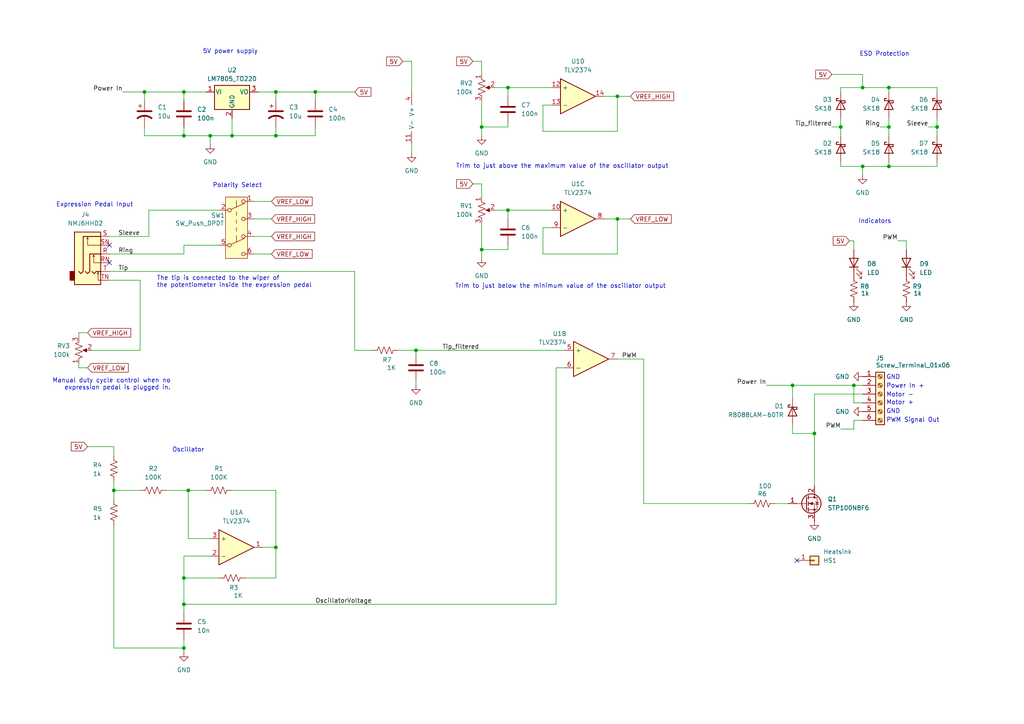
<source format=kicad_sch>
(kicad_sch (version 20231120) (generator "eeschema") (generator_version "8.0")
  (paper "A4")
  (lib_symbols
    (symbol "Connector:Screw_Terminal_01x06" (pin_names (offset 1.016) hide)
      (property "Reference" "J" (at 0 7.62 0))
      (property "Value" "Screw_Terminal_01x06" (at 0 -10.16 0))
      (symbol "Screw_Terminal_01x06_1_1"
        (rectangle (start -1.27 6.35) (end 1.27 -8.89) (stroke (width 0.254)) (fill (type background)))
        (circle (center 0 -7.62) (radius 0.635) (stroke (width 0.1524)))
        (circle (center 0 -5.08) (radius 0.635) (stroke (width 0.1524)))
        (circle (center 0 -2.54) (radius 0.635) (stroke (width 0.1524)))
        (polyline (pts (xy -0.5334 -7.2898) (xy 0.3302 -8.128)) (stroke (width 0.1524)))
        (polyline (pts (xy -0.5334 -4.7498) (xy 0.3302 -5.588)) (stroke (width 0.1524)))
        (polyline (pts (xy -0.5334 -2.2098) (xy 0.3302 -3.048)) (stroke (width 0.1524)))
        (polyline (pts (xy -0.5334 0.3302) (xy 0.3302 -0.508)) (stroke (width 0.1524)))
        (polyline (pts (xy -0.5334 2.8702) (xy 0.3302 2.032)) (stroke (width 0.1524)))
        (polyline (pts (xy -0.5334 5.4102) (xy 0.3302 4.572)) (stroke (width 0.1524)))
        (polyline (pts (xy -0.3556 -7.112) (xy 0.508 -7.9502)) (stroke (width 0.1524)))
        (polyline (pts (xy -0.3556 -4.572) (xy 0.508 -5.4102)) (stroke (width 0.1524)))
        (polyline (pts (xy -0.3556 -2.032) (xy 0.508 -2.8702)) (stroke (width 0.1524)))
        (polyline (pts (xy -0.3556 0.508) (xy 0.508 -0.3302)) (stroke (width 0.1524)))
        (polyline (pts (xy -0.3556 3.048) (xy 0.508 2.2098)) (stroke (width 0.1524)))
        (polyline (pts (xy -0.3556 5.588) (xy 0.508 4.7498)) (stroke (width 0.1524)))
        (circle (center 0 0) (radius 0.635) (stroke (width 0.1524)))
        (circle (center 0 2.54) (radius 0.635) (stroke (width 0.1524)))
        (circle (center 0 5.08) (radius 0.635) (stroke (width 0.1524)))
        (pin passive line (at -5.08 5.08 0) (length 3.81) (name "Pin_1") (number "1"))
        (pin passive line (at -5.08 2.54 0) (length 3.81) (name "Pin_2") (number "2"))
        (pin passive line (at -5.08 0 0) (length 3.81) (name "Pin_3") (number "3"))
        (pin passive line (at -5.08 -2.54 0) (length 3.81) (name "Pin_4") (number "4"))
        (pin passive line (at -5.08 -5.08 0) (length 3.81) (name "Pin_5") (number "5"))
        (pin passive line (at -5.08 -7.62 0) (length 3.81) (name "Pin_6") (number "6"))
      )
    )
    (symbol "Connector_Audio:NMJ6HHD2"
      (property "Reference" "J" (at 0 11.43 0))
      (property "Value" "NMJ6HHD2" (at 0 8.89 0))
      (symbol "NMJ6HHD2_0_1"
        (rectangle (start -5.08 -5.08) (end -6.35 -7.62) (stroke (width 0.254)) (fill (type outline)))
        (polyline (pts (xy -1.27 4.826) (xy -1.016 4.318)))
        (polyline (pts (xy 0.508 -0.254) (xy 0.762 -0.762)))
        (polyline (pts (xy 1.778 -5.334) (xy 2.032 -5.842)))
        (polyline (pts (xy 0 -5.08) (xy 0.635 -5.715) (xy 1.27 -5.08) (xy 2.54 -5.08)) (stroke (width 0.254)))
        (polyline (pts (xy 2.54 -7.62) (xy 1.778 -7.62) (xy 1.778 -5.334) (xy 1.524 -5.842)))
        (polyline (pts (xy 2.54 -2.54) (xy 0.508 -2.54) (xy 0.508 -0.254) (xy 0.254 -0.762)))
        (polyline (pts (xy 2.54 2.54) (xy -1.27 2.54) (xy -1.27 4.826) (xy -1.524 4.318)))
        (polyline (pts (xy -1.905 -5.08) (xy -1.27 -5.715) (xy -0.635 -5.08) (xy -0.635 0) (xy 2.54 0)) (stroke (width 0.254)))
        (polyline (pts (xy 2.54 5.08) (xy -2.54 5.08) (xy -2.54 -5.08) (xy -3.175 -5.715) (xy -3.81 -5.08)) (stroke (width 0.254)))
        (rectangle (start 2.54 6.35) (end -5.08 -8.89) (stroke (width 0.254)) (fill (type background)))
      )
      (symbol "NMJ6HHD2_1_1"
        (pin passive line (at 5.08 0 180) (length 2.54) (name "~") (number "R"))
        (pin passive line (at 5.08 -2.54 180) (length 2.54) (name "~") (number "RN"))
        (pin passive line (at 5.08 5.08 180) (length 2.54) (name "~") (number "S"))
        (pin passive line (at 5.08 2.54 180) (length 2.54) (name "~") (number "SN"))
        (pin passive line (at 5.08 -5.08 180) (length 2.54) (name "~") (number "T"))
        (pin passive line (at 5.08 -7.62 180) (length 2.54) (name "~") (number "TN"))
      )
    )
    (symbol "Connector_Generic:Conn_01x01" (pin_names (offset 1.016) hide)
      (property "Reference" "J" (at 0 2.54 0))
      (property "Value" "Conn_01x01" (at 0 -2.54 0))
      (symbol "Conn_01x01_1_1"
        (rectangle (start -1.27 0.127) (end 0 -0.127) (stroke (width 0.1524)))
        (rectangle (start -1.27 1.27) (end 1.27 -1.27) (stroke (width 0.254)) (fill (type background)))
        (pin passive line (at -5.08 0 0) (length 3.81) (name "Pin_1") (number "1"))
      )
    )
    (symbol "Device:C" (pin_numbers hide) (pin_names (offset 0.254))
      (property "Reference" "C" (at 0.635 2.54 0))
      (property "Value" "C" (at 0.635 -2.54 0))
      (symbol "C_0_1"
        (polyline (pts (xy -2.032 -0.762) (xy 2.032 -0.762)) (stroke (width 0.508)))
        (polyline (pts (xy -2.032 0.762) (xy 2.032 0.762)) (stroke (width 0.508)))
      )
      (symbol "C_1_1"
        (pin passive line (at 0 3.81 270) (length 2.794) (name "~") (number "1"))
        (pin passive line (at 0 -3.81 90) (length 2.794) (name "~") (number "2"))
      )
    )
    (symbol "Device:C_Polarized_US" (pin_numbers hide) (pin_names (offset 0.254) hide)
      (property "Reference" "C" (at 0.635 2.54 0))
      (property "Value" "C_Polarized_US" (at 0.635 -2.54 0))
      (symbol "C_Polarized_US_0_1"
        (polyline (pts (xy -2.032 0.762) (xy 2.032 0.762)) (stroke (width 0.508)))
        (polyline (pts (xy -1.778 2.286) (xy -0.762 2.286)))
        (polyline (pts (xy -1.27 1.778) (xy -1.27 2.794)))
        (arc (start 2.032 -1.27) (mid 0 -0.5572) (end -2.032 -1.27) (stroke (width 0.508)))
      )
      (symbol "C_Polarized_US_1_1"
        (pin passive line (at 0 3.81 270) (length 2.794) (name "~") (number "1"))
        (pin passive line (at 0 -3.81 90) (length 3.302) (name "~") (number "2"))
      )
    )
    (symbol "Device:D_Schottky" (pin_numbers hide) (pin_names (offset 1.016) hide)
      (property "Reference" "D" (at 0 2.54 0))
      (property "Value" "D_Schottky" (at 0 -2.54 0))
      (symbol "D_Schottky_0_1"
        (polyline (pts (xy 1.27 0) (xy -1.27 0)))
        (polyline (pts (xy 1.27 1.27) (xy 1.27 -1.27) (xy -1.27 0) (xy 1.27 1.27)) (stroke (width 0.254)))
        (polyline (pts (xy -1.905 0.635) (xy -1.905 1.27) (xy -1.27 1.27) (xy -1.27 -1.27) (xy -0.635 -1.27) (xy -0.635 -0.635)) (stroke (width 0.254)))
      )
      (symbol "D_Schottky_1_1"
        (pin passive line (at -3.81 0 0) (length 2.54) (name "K") (number "1"))
        (pin passive line (at 3.81 0 180) (length 2.54) (name "A") (number "2"))
      )
    )
    (symbol "Device:LED" (pin_numbers hide) (pin_names (offset 1.016) hide)
      (property "Reference" "D" (at 0 2.54 0))
      (property "Value" "LED" (at 0 -2.54 0))
      (symbol "LED_0_1"
        (polyline (pts (xy -1.27 -1.27) (xy -1.27 1.27)) (stroke (width 0.254)))
        (polyline (pts (xy -1.27 0) (xy 1.27 0)))
        (polyline (pts (xy 1.27 -1.27) (xy 1.27 1.27) (xy -1.27 0) (xy 1.27 -1.27)) (stroke (width 0.254)))
        (polyline (pts (xy -3.048 -0.762) (xy -4.572 -2.286) (xy -3.81 -2.286) (xy -4.572 -2.286) (xy -4.572 -1.524)))
        (polyline (pts (xy -1.778 -0.762) (xy -3.302 -2.286) (xy -2.54 -2.286) (xy -3.302 -2.286) (xy -3.302 -1.524)))
      )
      (symbol "LED_1_1"
        (pin passive line (at -3.81 0 0) (length 2.54) (name "K") (number "1"))
        (pin passive line (at 3.81 0 180) (length 2.54) (name "A") (number "2"))
      )
    )
    (symbol "Device:Opamp_Quad"
      (property "Reference" "U" (at 0 5.08 0))
      (property "Value" "Opamp_Quad" (at 0 -5.08 0))
      (symbol "Opamp_Quad_1_1"
        (polyline (pts (xy -5.08 5.08) (xy 5.08 0) (xy -5.08 -5.08) (xy -5.08 5.08)) (stroke (width 0.254)) (fill (type background)))
        (pin output line (at 7.62 0 180) (length 2.54) (name "~") (number "1"))
        (pin input line (at -7.62 -2.54 0) (length 2.54) (name "-") (number "2"))
        (pin input line (at -7.62 2.54 0) (length 2.54) (name "+") (number "3"))
      )
      (symbol "Opamp_Quad_2_1"
        (polyline (pts (xy -5.08 5.08) (xy 5.08 0) (xy -5.08 -5.08) (xy -5.08 5.08)) (stroke (width 0.254)) (fill (type background)))
        (pin input line (at -7.62 2.54 0) (length 2.54) (name "+") (number "5"))
        (pin input line (at -7.62 -2.54 0) (length 2.54) (name "-") (number "6"))
        (pin output line (at 7.62 0 180) (length 2.54) (name "~") (number "7"))
      )
      (symbol "Opamp_Quad_3_1"
        (polyline (pts (xy -5.08 5.08) (xy 5.08 0) (xy -5.08 -5.08) (xy -5.08 5.08)) (stroke (width 0.254)) (fill (type background)))
        (pin input line (at -7.62 2.54 0) (length 2.54) (name "+") (number "10"))
        (pin output line (at 7.62 0 180) (length 2.54) (name "~") (number "8"))
        (pin input line (at -7.62 -2.54 0) (length 2.54) (name "-") (number "9"))
      )
      (symbol "Opamp_Quad_4_1"
        (polyline (pts (xy -5.08 5.08) (xy 5.08 0) (xy -5.08 -5.08) (xy -5.08 5.08)) (stroke (width 0.254)) (fill (type background)))
        (pin input line (at -7.62 2.54 0) (length 2.54) (name "+") (number "12"))
        (pin input line (at -7.62 -2.54 0) (length 2.54) (name "-") (number "13"))
        (pin output line (at 7.62 0 180) (length 2.54) (name "~") (number "14"))
      )
      (symbol "Opamp_Quad_5_1"
        (pin power_in line (at -2.54 -7.62 90) (length 3.81) (name "V-") (number "11"))
        (pin power_in line (at -2.54 7.62 270) (length 3.81) (name "V+") (number "4"))
      )
    )
    (symbol "Device:R_Potentiometer_US" (pin_names (offset 1.016) hide)
      (property "Reference" "RV" (at -4.445 0 90))
      (property "Value" "R_Potentiometer_US" (at -2.54 0 90))
      (symbol "R_Potentiometer_US_0_1"
        (polyline (pts (xy 0 -2.286) (xy 0 -2.54)))
        (polyline (pts (xy 0 2.54) (xy 0 2.286)))
        (polyline (pts (xy 2.54 0) (xy 1.524 0)))
        (polyline (pts (xy 1.143 0) (xy 2.286 0.508) (xy 2.286 -0.508) (xy 1.143 0)) (fill (type outline)))
        (polyline (pts (xy 0 -0.762) (xy 1.016 -1.143) (xy 0 -1.524) (xy -1.016 -1.905) (xy 0 -2.286)))
        (polyline (pts (xy 0 0.762) (xy 1.016 0.381) (xy 0 0) (xy -1.016 -0.381) (xy 0 -0.762)))
        (polyline (pts (xy 0 2.286) (xy 1.016 1.905) (xy 0 1.524) (xy -1.016 1.143) (xy 0 0.762)))
      )
      (symbol "R_Potentiometer_US_1_1"
        (pin passive line (at 0 3.81 270) (length 1.27) (name "1") (number "1"))
        (pin passive line (at 3.81 0 180) (length 1.27) (name "2") (number "2"))
        (pin passive line (at 0 -3.81 90) (length 1.27) (name "3") (number "3"))
      )
    )
    (symbol "Device:R_US" (pin_numbers hide) (pin_names (offset 0))
      (property "Reference" "R" (at 2.54 0 90))
      (property "Value" "R_US" (at -2.54 0 90))
      (symbol "R_US_0_1"
        (polyline (pts (xy 0 -2.286) (xy 0 -2.54)))
        (polyline (pts (xy 0 2.286) (xy 0 2.54)))
        (polyline (pts (xy 0 -0.762) (xy 1.016 -1.143) (xy 0 -1.524) (xy -1.016 -1.905) (xy 0 -2.286)))
        (polyline (pts (xy 0 0.762) (xy 1.016 0.381) (xy 0 0) (xy -1.016 -0.381) (xy 0 -0.762)))
        (polyline (pts (xy 0 2.286) (xy 1.016 1.905) (xy 0 1.524) (xy -1.016 1.143) (xy 0 0.762)))
      )
      (symbol "R_US_1_1"
        (pin passive line (at 0 3.81 270) (length 1.27) (name "~") (number "1"))
        (pin passive line (at 0 -3.81 90) (length 1.27) (name "~") (number "2"))
      )
    )
    (symbol "Regulator_Linear:LM7805_TO220" (pin_names (offset 0.254))
      (property "Reference" "U" (at -3.81 3.175 0))
      (property "Value" "LM7805_TO220" (at 0 3.175 0))
      (symbol "LM7805_TO220_0_1"
        (rectangle (start -5.08 1.905) (end 5.08 -5.08) (stroke (width 0.254)) (fill (type background)))
      )
      (symbol "LM7805_TO220_1_1"
        (pin power_in line (at -7.62 0 0) (length 2.54) (name "VI") (number "1"))
        (pin power_in line (at 0 -7.62 90) (length 2.54) (name "GND") (number "2"))
        (pin power_out line (at 7.62 0 180) (length 2.54) (name "VO") (number "3"))
      )
    )
    (symbol "Switch:SW_Push_DPDT" (pin_names (offset 0) hide)
      (property "Reference" "SW" (at 0 10.16 0))
      (property "Value" "SW_Push_DPDT" (at 0 -10.16 0))
      (symbol "SW_Push_DPDT_0_0"
        (circle (center -2.032 -5.08) (radius 0.508))
        (circle (center -2.032 5.08) (radius 0.508))
        (circle (center 2.032 -7.62) (radius 0.508))
        (circle (center 2.032 2.54) (radius 0.508))
      )
      (symbol "SW_Push_DPDT_0_1"
        (polyline (pts (xy -1.524 -4.826) (xy 2.3368 -3.0988)))
        (polyline (pts (xy -1.524 5.334) (xy 2.3368 7.0612)))
        (polyline (pts (xy 0 -2.286) (xy 0 -4.064)))
        (polyline (pts (xy 0 -1.016) (xy 0 0)))
        (polyline (pts (xy 0 1.27) (xy 0 2.286)))
        (polyline (pts (xy 0 3.556) (xy 0 4.572)))
        (polyline (pts (xy 0 7.874) (xy 0 6.096)))
        (circle (center 2.032 -2.54) (radius 0.508))
        (circle (center 2.032 7.62) (radius 0.508))
      )
      (symbol "SW_Push_DPDT_1_1"
        (rectangle (start -3.175 8.89) (end 3.175 -8.89) (fill (type background)))
        (pin passive line (at 5.08 7.62 180) (length 2.54) (name "A") (number "1"))
        (pin passive line (at -5.08 5.08 0) (length 2.54) (name "B") (number "2"))
        (pin passive line (at 5.08 2.54 180) (length 2.54) (name "C") (number "3"))
        (pin passive line (at 5.08 -2.54 180) (length 2.54) (name "A") (number "4"))
        (pin passive line (at -5.08 -5.08 0) (length 2.54) (name "B") (number "5"))
        (pin passive line (at 5.08 -7.62 180) (length 2.54) (name "C") (number "6"))
      )
    )
    (symbol "Transistor_FET:BUZ11" (pin_names hide)
      (property "Reference" "Q" (at 5.08 1.905 0))
      (property "Value" "BUZ11" (at 5.08 0 0))
      (symbol "BUZ11_0_1"
        (polyline (pts (xy 0.254 0) (xy -2.54 0)))
        (polyline (pts (xy 0.254 1.905) (xy 0.254 -1.905)) (stroke (width 0.254)))
        (polyline (pts (xy 0.762 -1.27) (xy 0.762 -2.286)) (stroke (width 0.254)))
        (polyline (pts (xy 0.762 0.508) (xy 0.762 -0.508)) (stroke (width 0.254)))
        (polyline (pts (xy 0.762 2.286) (xy 0.762 1.27)) (stroke (width 0.254)))
        (polyline (pts (xy 2.54 2.54) (xy 2.54 1.778)))
        (polyline (pts (xy 2.54 -2.54) (xy 2.54 0) (xy 0.762 0)))
        (polyline (pts (xy 0.762 -1.778) (xy 3.302 -1.778) (xy 3.302 1.778) (xy 0.762 1.778)))
        (polyline (pts (xy 1.016 0) (xy 2.032 0.381) (xy 2.032 -0.381) (xy 1.016 0)) (fill (type outline)))
        (polyline (pts (xy 2.794 0.508) (xy 2.921 0.381) (xy 3.683 0.381) (xy 3.81 0.254)))
        (polyline (pts (xy 3.302 0.381) (xy 2.921 -0.254) (xy 3.683 -0.254) (xy 3.302 0.381)))
        (circle (center 1.651 0) (radius 2.794) (stroke (width 0.254)))
        (circle (center 2.54 -1.778) (radius 0.254) (fill (type outline)))
        (circle (center 2.54 1.778) (radius 0.254) (fill (type outline)))
      )
      (symbol "BUZ11_1_1"
        (pin input line (at -5.08 0 0) (length 2.54) (name "G") (number "1"))
        (pin passive line (at 2.54 5.08 270) (length 2.54) (name "D") (number "2"))
        (pin passive line (at 2.54 -5.08 90) (length 2.54) (name "S") (number "3"))
      )
    )
    (symbol "power:GND" (power) (pin_numbers hide) (pin_names (offset 0) hide)
      (property "Value" "GND" (at 0 -3.81 0))
      (symbol "GND_0_1"
        (polyline (pts (xy 0 0) (xy 0 -1.27) (xy 1.27 -1.27) (xy 0 -2.54) (xy -1.27 -1.27) (xy 0 -1.27)))
      )
      (symbol "GND_1_1"
        (pin power_in line (at 0 0 270) (length 0) (name "~") (number "1"))
      )
    )
  )
  (junction (at 243.84 36.83))
  (junction (at 67.31 39.37))
  (junction (at 53.34 175.26))
  (junction (at 250.19 25.4))
  (junction (at 236.22 125.73))
  (junction (at 80.01 26.67))
  (junction (at 179.07 63.5))
  (junction (at 139.7 36.83))
  (junction (at 250.19 48.26))
  (junction (at 53.34 26.67))
  (junction (at 53.34 39.37))
  (junction (at 147.32 60.96))
  (junction (at 60.96 39.37))
  (junction (at 53.34 187.96))
  (junction (at 80.01 39.37))
  (junction (at 257.81 48.26))
  (junction (at 247.65 111.76))
  (junction (at 179.07 27.94))
  (junction (at 41.91 26.67))
  (junction (at 139.7 72.39))
  (junction (at 271.78 36.83))
  (junction (at 54.61 142.24))
  (junction (at 147.32 25.4))
  (junction (at 33.02 142.24))
  (junction (at 53.34 167.64))
  (junction (at 257.81 25.4))
  (junction (at 80.01 158.75))
  (junction (at 120.65 101.6))
  (junction (at 91.44 26.67))
  (junction (at 257.81 36.83))
  (junction (at 229.87 111.76))
  (no_connect (at 231.14 162.56))
  (no_connect (at 31.75 71.12))
  (no_connect (at 31.75 76.2))
  (wire (pts (xy 26.67 101.6) (xy 40.64 101.6)))
  (wire (pts (xy 53.34 187.96) (xy 53.34 189.23)))
  (wire (pts (xy 40.64 81.28) (xy 31.75 81.28)))
  (wire (pts (xy 33.02 132.08) (xy 33.02 129.54)))
  (wire (pts (xy 67.31 34.29) (xy 67.31 39.37)))
  (wire (pts (xy 179.07 27.94) (xy 182.88 27.94)))
  (wire (pts (xy 175.26 63.5) (xy 179.07 63.5)))
  (wire (pts (xy 120.65 101.6) (xy 163.83 101.6)))
  (wire (pts (xy 73.66 68.58) (xy 78.74 68.58)))
  (wire (pts (xy 33.02 152.4) (xy 33.02 187.96)))
  (wire (pts (xy 143.51 60.96) (xy 147.32 60.96)))
  (wire (pts (xy 53.34 185.42) (xy 53.34 187.96)))
  (wire (pts (xy 139.7 72.39) (xy 139.7 74.93)))
  (wire (pts (xy 139.7 17.78) (xy 139.7 21.59)))
  (wire (pts (xy 179.07 38.1) (xy 179.07 27.94)))
  (wire (pts (xy 119.38 41.91) (xy 119.38 44.45)))
  (wire (pts (xy 139.7 36.83) (xy 147.32 36.83)))
  (wire (pts (xy 161.29 106.68) (xy 161.29 175.26)))
  (wire (pts (xy 147.32 71.12) (xy 147.32 72.39)))
  (wire (pts (xy 80.01 26.67) (xy 80.01 29.21)))
  (wire (pts (xy 73.66 73.66) (xy 78.74 73.66)))
  (wire (pts (xy 160.02 66.04) (xy 157.48 66.04)))
  (wire (pts (xy 71.12 167.64) (xy 80.01 167.64)))
  (wire (pts (xy 243.84 46.99) (xy 243.84 48.26)))
  (wire (pts (xy 91.44 26.67) (xy 91.44 29.21)))
  (wire (pts (xy 33.02 142.24) (xy 33.02 144.78)))
  (wire (pts (xy 67.31 39.37) (xy 80.01 39.37)))
  (wire (pts (xy 22.86 106.68) (xy 22.86 105.41)))
  (wire (pts (xy 222.25 111.76) (xy 229.87 111.76)))
  (wire (pts (xy 102.87 78.74) (xy 102.87 101.6)))
  (wire (pts (xy 80.01 39.37) (xy 91.44 39.37)))
  (wire (pts (xy 120.65 110.49) (xy 120.65 111.76)))
  (wire (pts (xy 271.78 34.29) (xy 271.78 36.83)))
  (wire (pts (xy 40.64 101.6) (xy 40.64 81.28)))
  (wire (pts (xy 91.44 26.67) (xy 102.87 26.67)))
  (wire (pts (xy 147.32 35.56) (xy 147.32 36.83)))
  (wire (pts (xy 161.29 106.68) (xy 163.83 106.68)))
  (wire (pts (xy 120.65 101.6) (xy 120.65 102.87)))
  (wire (pts (xy 60.96 156.21) (xy 54.61 156.21)))
  (wire (pts (xy 73.66 63.5) (xy 78.74 63.5)))
  (wire (pts (xy 22.86 97.79) (xy 22.86 96.52)))
  (wire (pts (xy 43.18 68.58) (xy 43.18 60.96)))
  (wire (pts (xy 250.19 121.92) (xy 247.65 121.92)))
  (wire (pts (xy 60.96 39.37) (xy 67.31 39.37)))
  (wire (pts (xy 119.38 17.78) (xy 119.38 26.67)))
  (wire (pts (xy 241.3 36.83) (xy 243.84 36.83)))
  (wire (pts (xy 229.87 111.76) (xy 247.65 111.76)))
  (wire (pts (xy 147.32 25.4) (xy 160.02 25.4)))
  (wire (pts (xy 80.01 36.83) (xy 80.01 39.37)))
  (wire (pts (xy 48.26 142.24) (xy 54.61 142.24)))
  (wire (pts (xy 271.78 46.99) (xy 271.78 48.26)))
  (wire (pts (xy 80.01 167.64) (xy 80.01 158.75)))
  (wire (pts (xy 257.81 25.4) (xy 271.78 25.4)))
  (wire (pts (xy 247.65 69.85) (xy 247.65 72.39)))
  (wire (pts (xy 67.31 142.24) (xy 80.01 142.24)))
  (wire (pts (xy 147.32 25.4) (xy 147.32 27.94)))
  (wire (pts (xy 179.07 104.14) (xy 186.69 104.14)))
  (wire (pts (xy 91.44 36.83) (xy 91.44 39.37)))
  (wire (pts (xy 255.27 36.83) (xy 257.81 36.83)))
  (wire (pts (xy 139.7 72.39) (xy 147.32 72.39)))
  (wire (pts (xy 157.48 30.48) (xy 157.48 38.1)))
  (wire (pts (xy 247.65 121.92) (xy 247.65 124.46)))
  (wire (pts (xy 157.48 38.1) (xy 179.07 38.1)))
  (wire (pts (xy 80.01 26.67) (xy 91.44 26.67)))
  (wire (pts (xy 229.87 111.76) (xy 229.87 115.57)))
  (wire (pts (xy 160.02 30.48) (xy 157.48 30.48)))
  (wire (pts (xy 41.91 36.83) (xy 41.91 39.37)))
  (wire (pts (xy 22.86 96.52) (xy 25.4 96.52)))
  (wire (pts (xy 53.34 161.29) (xy 60.96 161.29)))
  (wire (pts (xy 54.61 156.21) (xy 54.61 142.24)))
  (wire (pts (xy 22.86 106.68) (xy 25.4 106.68)))
  (wire (pts (xy 243.84 34.29) (xy 243.84 36.83)))
  (wire (pts (xy 179.07 27.94) (xy 175.26 27.94)))
  (wire (pts (xy 139.7 36.83) (xy 139.7 39.37)))
  (wire (pts (xy 33.02 187.96) (xy 53.34 187.96)))
  (wire (pts (xy 271.78 48.26) (xy 257.81 48.26)))
  (wire (pts (xy 53.34 71.12) (xy 63.5 71.12)))
  (wire (pts (xy 236.22 114.3) (xy 236.22 125.73)))
  (wire (pts (xy 53.34 167.64) (xy 63.5 167.64)))
  (wire (pts (xy 53.34 175.26) (xy 53.34 167.64)))
  (wire (pts (xy 217.17 146.05) (xy 186.69 146.05)))
  (wire (pts (xy 157.48 73.66) (xy 179.07 73.66)))
  (wire (pts (xy 60.96 39.37) (xy 60.96 41.91)))
  (wire (pts (xy 80.01 142.24) (xy 80.01 158.75)))
  (wire (pts (xy 102.87 101.6) (xy 107.95 101.6)))
  (wire (pts (xy 229.87 123.19) (xy 229.87 125.73)))
  (wire (pts (xy 247.65 111.76) (xy 250.19 111.76)))
  (wire (pts (xy 139.7 53.34) (xy 139.7 57.15)))
  (wire (pts (xy 262.89 69.85) (xy 262.89 72.39)))
  (wire (pts (xy 137.16 17.78) (xy 139.7 17.78)))
  (wire (pts (xy 186.69 146.05) (xy 186.69 104.14)))
  (wire (pts (xy 31.75 73.66) (xy 53.34 73.66)))
  (wire (pts (xy 80.01 158.75) (xy 76.2 158.75)))
  (wire (pts (xy 241.3 21.59) (xy 250.19 21.59)))
  (wire (pts (xy 257.81 48.26) (xy 257.81 46.99)))
  (wire (pts (xy 147.32 60.96) (xy 147.32 63.5)))
  (wire (pts (xy 243.84 124.46) (xy 247.65 124.46)))
  (wire (pts (xy 41.91 26.67) (xy 53.34 26.67)))
  (wire (pts (xy 257.81 26.67) (xy 257.81 25.4)))
  (wire (pts (xy 41.91 39.37) (xy 53.34 39.37)))
  (wire (pts (xy 250.19 21.59) (xy 250.19 25.4)))
  (wire (pts (xy 260.35 69.85) (xy 262.89 69.85)))
  (wire (pts (xy 31.75 68.58) (xy 43.18 68.58)))
  (wire (pts (xy 179.07 63.5) (xy 182.88 63.5)))
  (wire (pts (xy 247.65 116.84) (xy 247.65 111.76)))
  (wire (pts (xy 53.34 167.64) (xy 53.34 161.29)))
  (wire (pts (xy 25.4 129.54) (xy 33.02 129.54)))
  (wire (pts (xy 137.16 53.34) (xy 139.7 53.34)))
  (wire (pts (xy 224.79 146.05) (xy 228.6 146.05)))
  (wire (pts (xy 74.93 26.67) (xy 80.01 26.67)))
  (wire (pts (xy 250.19 116.84) (xy 247.65 116.84)))
  (wire (pts (xy 33.02 142.24) (xy 40.64 142.24)))
  (wire (pts (xy 115.57 101.6) (xy 120.65 101.6)))
  (wire (pts (xy 53.34 39.37) (xy 60.96 39.37)))
  (wire (pts (xy 43.18 60.96) (xy 63.5 60.96)))
  (wire (pts (xy 54.61 142.24) (xy 59.69 142.24)))
  (wire (pts (xy 229.87 125.73) (xy 236.22 125.73)))
  (wire (pts (xy 53.34 26.67) (xy 59.69 26.67)))
  (wire (pts (xy 257.81 25.4) (xy 250.19 25.4)))
  (wire (pts (xy 250.19 48.26) (xy 257.81 48.26)))
  (wire (pts (xy 236.22 125.73) (xy 236.22 140.97)))
  (wire (pts (xy 53.34 26.67) (xy 53.34 29.21)))
  (wire (pts (xy 250.19 25.4) (xy 243.84 25.4)))
  (wire (pts (xy 53.34 175.26) (xy 161.29 175.26)))
  (wire (pts (xy 73.66 58.42) (xy 78.74 58.42)))
  (wire (pts (xy 53.34 73.66) (xy 53.34 71.12)))
  (wire (pts (xy 139.7 64.77) (xy 139.7 72.39)))
  (wire (pts (xy 269.24 36.83) (xy 271.78 36.83)))
  (wire (pts (xy 271.78 26.67) (xy 271.78 25.4)))
  (wire (pts (xy 31.75 78.74) (xy 102.87 78.74)))
  (wire (pts (xy 139.7 29.21) (xy 139.7 36.83)))
  (wire (pts (xy 257.81 36.83) (xy 257.81 39.37)))
  (wire (pts (xy 53.34 36.83) (xy 53.34 39.37)))
  (wire (pts (xy 250.19 114.3) (xy 236.22 114.3)))
  (wire (pts (xy 246.38 69.85) (xy 247.65 69.85)))
  (wire (pts (xy 257.81 34.29) (xy 257.81 36.83)))
  (wire (pts (xy 53.34 177.8) (xy 53.34 175.26)))
  (wire (pts (xy 33.02 142.24) (xy 33.02 139.7)))
  (wire (pts (xy 179.07 73.66) (xy 179.07 63.5)))
  (wire (pts (xy 243.84 48.26) (xy 250.19 48.26)))
  (wire (pts (xy 116.84 17.78) (xy 119.38 17.78)))
  (wire (pts (xy 271.78 36.83) (xy 271.78 39.37)))
  (wire (pts (xy 41.91 26.67) (xy 41.91 29.21)))
  (wire (pts (xy 250.19 48.26) (xy 250.19 50.8)))
  (wire (pts (xy 35.56 26.67) (xy 41.91 26.67)))
  (wire (pts (xy 157.48 66.04) (xy 157.48 73.66)))
  (wire (pts (xy 143.51 25.4) (xy 147.32 25.4)))
  (wire (pts (xy 243.84 36.83) (xy 243.84 39.37)))
  (wire (pts (xy 147.32 60.96) (xy 160.02 60.96)))
  (wire (pts (xy 243.84 25.4) (xy 243.84 26.67)))
  (text "ESD Protection" (at 256.54 15.748 0) (effects (font (size 1.27 1.27))))
  (text "The tip is connected to the wiper of\nthe potentiometer inside the expression pedal\n" (at 45.466 81.788 0) (effects (font (size 1.27 1.27)) (justify left)))
  (text "GND" (at 257.048 119.38 0) (effects (font (size 1.27 1.27)) (justify left)))
  (text "Power In +" (at 257.048 112.014 0) (effects (font (size 1.27 1.27)) (justify left)))
  (text "GND" (at 257.048 109.474 0) (effects (font (size 1.27 1.27)) (justify left)))
  (text "Manual duty cycle control when no\nexpression pedal is plugged in." (at 49.53 111.506 0) (effects (font (size 1.27 1.27)) (justify right)))
  (text "5V power supply" (at 66.802 14.986 0) (effects (font (size 1.27 1.27))))
  (text "Indicators\n" (at 253.746 64.262 0) (effects (font (size 1.27 1.27))))
  (text "Motor -" (at 257.048 114.554 0) (effects (font (size 1.27 1.27)) (justify left)))
  (text "Motor +\n" (at 257.048 116.84 0) (effects (font (size 1.27 1.27)) (justify left)))
  (text "Oscillator" (at 54.61 130.556 0) (effects (font (size 1.27 1.27))))
  (text "Expression Pedal Input\n" (at 27.432 59.436 0) (effects (font (size 1.27 1.27))))
  (text "PWM Signal Out" (at 257.048 121.92 0) (effects (font (size 1.27 1.27)) (justify left)))
  (text "Trim to just above the maximum value of the oscillator output\n" (at 163.068 48.26 0) (effects (font (size 1.27 1.27))))
  (text "Trim to just below the minimum value of the oscillator output\n" (at 162.56 83.058 0) (effects (font (size 1.27 1.27))))
  (text "Polarity Select" (at 68.834 53.848 0) (effects (font (size 1.27 1.27))))
  (label "Tip_filtered" (at 241.3 36.83 180))
  (label "Power In" (at 222.25 111.76 180))
  (label "PWM" (at 260.35 69.85 180))
  (label "Ring" (at 255.27 36.83 180))
  (label "Ring" (at 34.29 73.66 0))
  (label "Sleeve" (at 34.29 68.58 0))
  (label "Power In" (at 35.56 26.67 180))
  (label "Tip_filtered" (at 128.27 101.6 0))
  (label "Sleeve" (at 269.24 36.83 180))
  (label "Tip" (at 34.29 78.74 0))
  (label "PWM" (at 243.84 124.46 180))
  (label "PWM" (at 180.34 104.14 0))
  (label "OscillatorVoltage" (at 91.44 175.26 0))
  (global_label "5V" (shape input) (at 116.84 17.78 180) (property "Intersheetrefs" "${INTERSHEET_REFS}" (effects (hide yes))))
  (global_label "VREF_HIGH" (shape input) (at 25.4 96.52 0) (property "Intersheetrefs" "${INTERSHEET_REFS}" (effects (hide yes))))
  (global_label "VREF_HIGH" (shape input) (at 182.88 27.94 0) (property "Intersheetrefs" "${INTERSHEET_REFS}" (effects (hide yes))))
  (global_label "5V" (shape input) (at 137.16 17.78 180) (property "Intersheetrefs" "${INTERSHEET_REFS}" (effects (hide yes))))
  (global_label "VREF_HIGH" (shape input) (at 78.74 63.5 0) (property "Intersheetrefs" "${INTERSHEET_REFS}" (effects (hide yes))))
  (global_label "VREF_LOW" (shape input) (at 182.88 63.5 0) (property "Intersheetrefs" "${INTERSHEET_REFS}" (effects (hide yes))))
  (global_label "VREF_LOW" (shape input) (at 78.74 73.66 0) (property "Intersheetrefs" "${INTERSHEET_REFS}" (effects (hide yes))))
  (global_label "5V" (shape input) (at 241.3 21.59 180) (property "Intersheetrefs" "${INTERSHEET_REFS}" (effects (hide yes))))
  (global_label "5V" (shape input) (at 137.16 53.34 180) (property "Intersheetrefs" "${INTERSHEET_REFS}" (effects (hide yes))))
  (global_label "5V" (shape input) (at 246.38 69.85 180) (property "Intersheetrefs" "${INTERSHEET_REFS}" (effects (hide yes))))
  (global_label "5V" (shape input) (at 102.87 26.67 0) (property "Intersheetrefs" "${INTERSHEET_REFS}" (effects (hide yes))))
  (global_label "5V" (shape input) (at 25.4 129.54 180) (property "Intersheetrefs" "${INTERSHEET_REFS}" (effects (hide yes))))
  (global_label "VREF_HIGH" (shape input) (at 78.74 68.58 0) (property "Intersheetrefs" "${INTERSHEET_REFS}" (effects (hide yes))))
  (global_label "VREF_LOW" (shape input) (at 78.74 58.42 0) (property "Intersheetrefs" "${INTERSHEET_REFS}" (effects (hide yes))))
  (global_label "VREF_LOW" (shape input) (at 25.4 106.68 0) (property "Intersheetrefs" "${INTERSHEET_REFS}" (effects (hide yes))))
  (symbol (lib_id "Device:R_US") (at 33.02 135.89 180) (unit 1)
    (property "Reference" "R4" (at 26.924 134.874 0) (effects (justify right)))
    (property "Value" "1k" (at 26.924 137.414 0) (effects (justify right)))
    (property "Footprint" "Resistor_SMD:R_0603_1608Metric_Pad0.98x0.95mm_HandSolder" (effects (hide yes)))
    (property "Description" "Resistor, US symbol" (effects (hide yes)))
  )
  (symbol (lib_id "Device:D_Schottky") (at 243.84 43.18 90) (mirror x) (unit 1)
    (property "Reference" "D2" (at 241.3 41.5924 90) (effects (justify left)))
    (property "Value" "SK18" (at 241.3 44.1324 90) (effects (justify left)))
    (property "Footprint" "Diode_SMD:D_SMA" (effects (hide yes)))
    (property "Datasheet" "https://diotec.com/request/datasheet/sk12.pdf" (effects (hide yes)))
    (property "Description" "Schottky diode" (effects (hide yes)))
  )
  (symbol (lib_id "Device:R_US") (at 63.5 142.24 90) (unit 1)
    (property "Reference" "R1" (at 63.5 135.89 90))
    (property "Value" "100K" (at 63.5 138.43 90))
    (property "Footprint" "Resistor_SMD:R_0603_1608Metric_Pad0.98x0.95mm_HandSolder" (effects (hide yes)))
    (property "Description" "Resistor, US symbol" (effects (hide yes)))
  )
  (symbol (lib_id "Device:D_Schottky") (at 243.84 30.48 90) (mirror x) (unit 1)
    (property "Reference" "D3" (at 241.3 28.8924 90) (effects (justify left)))
    (property "Value" "SK18" (at 241.3 31.4324 90) (effects (justify left)))
    (property "Footprint" "Diode_SMD:D_SMA" (effects (hide yes)))
    (property "Datasheet" "https://diotec.com/request/datasheet/sk12.pdf" (effects (hide yes)))
    (property "Description" "Schottky diode" (effects (hide yes)))
  )
  (symbol (lib_id "power:GND") (at 139.7 74.93 0) (unit 1)
    (property "Reference" "#PWR02" (effects (hide yes)))
    (property "Value" "GND" (at 139.7 80.01 0))
    (property "Description" "Power symbol creates a global label with name \"GND\" , ground" (effects (hide yes)))
  )
  (symbol (lib_id "Device:D_Schottky") (at 257.81 30.48 90) (mirror x) (unit 1)
    (property "Reference" "D4" (at 255.27 28.8924 90) (effects (justify left)))
    (property "Value" "SK18" (at 255.27 31.4324 90) (effects (justify left)))
    (property "Footprint" "Diode_SMD:D_SMA" (effects (hide yes)))
    (property "Datasheet" "https://diotec.com/request/datasheet/sk12.pdf" (effects (hide yes)))
    (property "Description" "Schottky diode" (effects (hide yes)))
  )
  (symbol (lib_id "power:GND") (at 139.7 39.37 0) (unit 1)
    (property "Reference" "#PWR04" (effects (hide yes)))
    (property "Value" "GND" (at 139.7 44.45 0))
    (property "Description" "Power symbol creates a global label with name \"GND\" , ground" (effects (hide yes)))
  )
  (symbol (lib_id "power:GND") (at 236.22 151.13 0) (unit 1)
    (property "Reference" "#PWR06" (effects (hide yes)))
    (property "Value" "GND" (at 236.22 156.21 0))
    (property "Description" "Power symbol creates a global label with name \"GND\" , ground" (effects (hide yes)))
  )
  (symbol (lib_id "Device:R_US") (at 44.45 142.24 90) (unit 1)
    (property "Reference" "R2" (at 44.45 135.89 90))
    (property "Value" "100K" (at 44.45 138.43 90))
    (property "Footprint" "Resistor_SMD:R_0603_1608Metric_Pad0.98x0.95mm_HandSolder" (effects (hide yes)))
    (property "Description" "Resistor, US symbol" (effects (hide yes)))
  )
  (symbol (lib_id "Device:R_Potentiometer_US") (at 139.7 25.4 0) (unit 1)
    (property "Reference" "RV2" (at 137.16 24.1299 0) (effects (justify right)))
    (property "Value" "100k" (at 137.16 26.6699 0) (effects (justify right)))
    (property "Footprint" "Potentiometer_THT:Potentiometer_Bourns_3296W_Vertical" (effects (hide yes)))
    (property "Description" "Potentiometer, US symbol" (effects (hide yes)))
  )
  (symbol (lib_id "Device:R_Potentiometer_US") (at 139.7 60.96 0) (unit 1)
    (property "Reference" "RV1" (at 137.16 59.6899 0) (effects (justify right)))
    (property "Value" "100k" (at 137.16 62.2299 0) (effects (justify right)))
    (property "Footprint" "Potentiometer_THT:Potentiometer_Bourns_3296W_Vertical" (effects (hide yes)))
    (property "Description" "Potentiometer, US symbol" (effects (hide yes)))
  )
  (symbol (lib_id "Device:Opamp_Quad") (at 121.92 34.29 0) (unit 5)
    (property "Reference" "U1" (effects (hide yes)))
    (property "Value" "TLV2374" (effects (hide yes)))
    (property "Footprint" "Package_SO:SOIC-14_3.9x8.7mm_P1.27mm" (effects (hide yes)))
    (property "Description" "Quad operational amplifier" (effects (hide yes)))
    (property "Sim.Library" "${KICAD7_SYMBOL_DIR}/Simulation_SPICE.sp" (effects (hide yes)))
    (property "Sim.Name" "kicad_builtin_opamp_quad" (effects (hide yes)))
    (property "Sim.Device" "SUBCKT" (effects (hide yes)))
    (property "Sim.Pins" "1=out1 2=in1- 3=in1+ 4=vcc 5=in2+ 6=in2- 7=out2 8=out3 9=in3- 10=in3+ 11=vee 12=in4+ 13=in4- 14=out4" (effects (hide yes)))
  )
  (symbol (lib_id "Connector_Audio:NMJ6HHD2") (at 26.67 73.66 0) (unit 1)
    (property "Reference" "J4" (at 24.765 62.23 0))
    (property "Value" "NMJ6HHD2" (at 24.765 64.77 0))
    (property "Footprint" "Connector_Audio:Jack_6.35mm_Neutrik_NMJ6HHD2_Horizontal" (effects (hide yes)))
    (property "Datasheet" "https://www.neutrik.com/en/product/nmj6hhd2" (effects (hide yes)))
    (property "Description" "M Series, 6.35mm (1/4in) stereo jack, switched, with half threaded nose and offset PCB pins" (effects (hide yes)))
  )
  (symbol (lib_id "power:GND") (at 250.19 109.22 270) (unit 1)
    (property "Reference" "#PWR012" (effects (hide yes)))
    (property "Value" "GND" (at 246.38 109.2199 90) (effects (justify right)))
    (property "Description" "Power symbol creates a global label with name \"GND\" , ground" (effects (hide yes)))
  )
  (symbol (lib_id "Device:Opamp_Quad") (at 167.64 63.5 0) (unit 3)
    (property "Reference" "U1" (at 167.64 53.34 0))
    (property "Value" "TLV2374" (at 167.64 55.88 0))
    (property "Footprint" "Package_SO:SOIC-14_3.9x8.7mm_P1.27mm" (effects (hide yes)))
    (property "Description" "Quad operational amplifier" (effects (hide yes)))
    (property "Sim.Library" "${KICAD7_SYMBOL_DIR}/Simulation_SPICE.sp" (effects (hide yes)))
    (property "Sim.Name" "kicad_builtin_opamp_quad" (effects (hide yes)))
    (property "Sim.Device" "SUBCKT" (effects (hide yes)))
    (property "Sim.Pins" "1=out1 2=in1- 3=in1+ 4=vcc 5=in2+ 6=in2- 7=out2 8=out3 9=in3- 10=in3+ 11=vee 12=in4+ 13=in4- 14=out4" (effects (hide yes)))
  )
  (symbol (lib_id "Device:R_US") (at 220.98 146.05 90) (unit 1)
    (property "Reference" "R6" (at 219.71 143.256 90) (effects (justify right)))
    (property "Value" "100" (at 219.964 140.97 90) (effects (justify right)))
    (property "Footprint" "Resistor_SMD:R_0603_1608Metric_Pad0.98x0.95mm_HandSolder" (effects (hide yes)))
    (property "Description" "Resistor, US symbol" (effects (hide yes)))
  )
  (symbol (lib_id "Connector:Screw_Terminal_01x06") (at 255.27 114.3 0) (unit 1)
    (property "Reference" "J5" (at 254 103.886 0) (effects (justify left)))
    (property "Value" "Screw_Terminal_01x06" (at 254 105.918 0) (effects (justify left)))
    (property "Footprint" "TerminalBlock_MetzConnect:TerminalBlock_MetzConnect_Type086_RT03406HBLC_1x06_P3.81mm_Horizontal" (effects (hide yes)))
    (property "Description" "Generic screw terminal, single row, 01x06, script generated (kicad-library-utils/schlib/autogen/connector/)" (effects (hide yes)))
  )
  (symbol (lib_id "power:GND") (at 119.38 44.45 0) (unit 1)
    (property "Reference" "#PWR05" (effects (hide yes)))
    (property "Value" "GND" (at 119.38 49.53 0))
    (property "Description" "Power symbol creates a global label with name \"GND\" , ground" (effects (hide yes)))
  )
  (symbol (lib_id "power:GND") (at 120.65 111.76 0) (unit 1)
    (property "Reference" "#PWR08" (effects (hide yes)))
    (property "Value" "GND" (at 120.65 116.84 0))
    (property "Description" "Power symbol creates a global label with name \"GND\" , ground" (effects (hide yes)))
  )
  (symbol (lib_id "Device:C") (at 147.32 67.31 0) (unit 1)
    (property "Reference" "C6" (at 151.13 66.0399 0) (effects (justify left)))
    (property "Value" "100n" (at 151.13 68.5799 0) (effects (justify left)))
    (property "Footprint" "Capacitor_SMD:C_0603_1608Metric_Pad1.08x0.95mm_HandSolder" (effects (hide yes)))
    (property "Description" "Unpolarized capacitor" (effects (hide yes)))
  )
  (symbol (lib_id "Device:R_US") (at 67.31 167.64 270) (unit 1)
    (property "Reference" "R3" (at 67.818 170.434 90))
    (property "Value" "1K" (at 69.088 172.72 90))
    (property "Footprint" "Resistor_SMD:R_0603_1608Metric_Pad0.98x0.95mm_HandSolder" (effects (hide yes)))
    (property "Description" "Resistor, US symbol" (effects (hide yes)))
  )
  (symbol (lib_id "Device:D_Schottky") (at 229.87 119.38 90) (mirror x) (unit 1)
    (property "Reference" "D1" (at 227.33 117.7924 90) (effects (justify left)))
    (property "Value" "RB088LAM-60TR" (at 227.33 120.3324 90) (effects (justify left)))
    (property "Footprint" "Diode_SMD:D_SOD-128" (effects (hide yes)))
    (property "Description" "Schottky diode" (effects (hide yes)))
  )
  (symbol (lib_id "power:GND") (at 247.65 87.63 0) (unit 1)
    (property "Reference" "#PWR010" (effects (hide yes)))
    (property "Value" "GND" (at 247.65 92.71 0))
    (property "Description" "Power symbol creates a global label with name \"GND\" , ground" (effects (hide yes)))
  )
  (symbol (lib_id "Device:D_Schottky") (at 271.78 30.48 90) (mirror x) (unit 1)
    (property "Reference" "D6" (at 269.24 28.8924 90) (effects (justify left)))
    (property "Value" "SK18" (at 269.24 31.4324 90) (effects (justify left)))
    (property "Footprint" "Diode_SMD:D_SMA" (effects (hide yes)))
    (property "Datasheet" "https://diotec.com/request/datasheet/sk12.pdf" (effects (hide yes)))
    (property "Description" "Schottky diode" (effects (hide yes)))
  )
  (symbol (lib_id "Device:C") (at 53.34 33.02 0) (unit 1)
    (property "Reference" "C2" (at 57.15 31.7499 0) (effects (justify left)))
    (property "Value" "100n" (at 57.15 34.2899 0) (effects (justify left)))
    (property "Footprint" "Capacitor_SMD:C_0603_1608Metric_Pad1.08x0.95mm_HandSolder" (effects (hide yes)))
    (property "Description" "Unpolarized capacitor" (effects (hide yes)))
  )
  (symbol (lib_id "Device:C_Polarized_US") (at 41.91 33.02 0) (unit 1)
    (property "Reference" "C1" (at 45.72 31.1149 0) (effects (justify left)))
    (property "Value" "10u" (at 45.72 33.6549 0) (effects (justify left)))
    (property "Footprint" "Capacitor_THT:CP_Radial_D10.0mm_P5.00mm" (effects (hide yes)))
    (property "Description" "Polarized capacitor, US symbol" (effects (hide yes)))
  )
  (symbol (lib_id "power:GND") (at 53.34 189.23 0) (unit 1)
    (property "Reference" "#PWR01" (effects (hide yes)))
    (property "Value" "GND" (at 53.34 194.31 0))
    (property "Description" "Power symbol creates a global label with name \"GND\" , ground" (effects (hide yes)))
  )
  (symbol (lib_id "Switch:SW_Push_DPDT") (at 68.58 66.04 0) (unit 1)
    (property "Reference" "SW1" (at 63.246 62.484 0))
    (property "Value" "SW_Push_DPDT" (at 57.912 64.77 0))
    (property "Footprint" "Button_Switch_THT:SW_E-Switch_EG2219_DPDT_Angled" (effects (hide yes)))
    (property "Description" "Momentary Switch, dual pole double throw" (effects (hide yes)))
  )
  (symbol (lib_id "Device:R_Potentiometer_US") (at 22.86 101.6 0) (mirror x) (unit 1)
    (property "Reference" "RV3" (at 20.32 100.3299 0) (effects (justify right)))
    (property "Value" "100k" (at 20.32 102.8699 0) (effects (justify right)))
    (property "Footprint" "Potentiometer_THT:Potentiometer_Piher_T-16H_Single_Horizontal" (effects (hide yes)))
    (property "Description" "Potentiometer, US symbol" (effects (hide yes)))
  )
  (symbol (lib_id "power:GND") (at 262.89 87.63 0) (unit 1)
    (property "Reference" "#PWR011" (effects (hide yes)))
    (property "Value" "GND" (at 262.89 92.71 0))
    (property "Description" "Power symbol creates a global label with name \"GND\" , ground" (effects (hide yes)))
  )
  (symbol (lib_id "Device:R_US") (at 111.76 101.6 270) (unit 1)
    (property "Reference" "R7" (at 112.268 104.394 90))
    (property "Value" "1K" (at 113.538 106.68 90))
    (property "Footprint" "Resistor_SMD:R_0603_1608Metric_Pad0.98x0.95mm_HandSolder" (effects (hide yes)))
    (property "Description" "Resistor, US symbol" (effects (hide yes)))
  )
  (symbol (lib_id "Device:D_Schottky") (at 257.81 43.18 90) (mirror x) (unit 1)
    (property "Reference" "D5" (at 255.27 41.5924 90) (effects (justify left)))
    (property "Value" "SK18" (at 255.27 44.1324 90) (effects (justify left)))
    (property "Footprint" "Diode_SMD:D_SMA" (effects (hide yes)))
    (property "Datasheet" "https://diotec.com/request/datasheet/sk12.pdf" (effects (hide yes)))
    (property "Description" "Schottky diode" (effects (hide yes)))
  )
  (symbol (lib_id "Device:C_Polarized_US") (at 80.01 33.02 0) (unit 1)
    (property "Reference" "C3" (at 83.82 31.1149 0) (effects (justify left)))
    (property "Value" "10u" (at 83.82 33.6549 0) (effects (justify left)))
    (property "Footprint" "Capacitor_THT:CP_Radial_D10.0mm_P5.00mm" (effects (hide yes)))
    (property "Description" "Polarized capacitor, US symbol" (effects (hide yes)))
  )
  (symbol (lib_id "Device:C") (at 91.44 33.02 0) (unit 1)
    (property "Reference" "C4" (at 95.25 31.7499 0) (effects (justify left)))
    (property "Value" "100n" (at 95.25 34.2899 0) (effects (justify left)))
    (property "Footprint" "Capacitor_SMD:C_0603_1608Metric_Pad1.08x0.95mm_HandSolder" (effects (hide yes)))
    (property "Description" "Unpolarized capacitor" (effects (hide yes)))
  )
  (symbol (lib_id "Device:R_US") (at 247.65 83.82 180) (unit 1)
    (property "Reference" "R8" (at 249.428 83.058 0) (effects (justify right)))
    (property "Value" "1k" (at 249.682 85.09 0) (effects (justify right)))
    (property "Footprint" "Resistor_SMD:R_0603_1608Metric_Pad0.98x0.95mm_HandSolder" (effects (hide yes)))
    (property "Description" "Resistor, US symbol" (effects (hide yes)))
  )
  (symbol (lib_id "Device:D_Schottky") (at 271.78 43.18 90) (mirror x) (unit 1)
    (property "Reference" "D7" (at 269.24 41.5924 90) (effects (justify left)))
    (property "Value" "SK18" (at 269.24 44.1324 90) (effects (justify left)))
    (property "Footprint" "Diode_SMD:D_SMA" (effects (hide yes)))
    (property "Datasheet" "https://diotec.com/request/datasheet/sk12.pdf" (effects (hide yes)))
    (property "Description" "Schottky diode" (effects (hide yes)))
  )
  (symbol (lib_id "Transistor_FET:BUZ11") (at 233.68 146.05 0) (unit 1)
    (property "Reference" "Q1" (at 240.03 144.7799 0) (effects (justify left)))
    (property "Value" "STP100N8F6" (at 240.03 147.3199 0) (effects (justify left)))
    (property "Footprint" "Package_TO_SOT_THT:TO-220-3_Vertical" (effects (hide yes)))
    (property "Datasheet" "https://www.mouser.com/datasheet/2/389/stp100n8f6-1851325.pdf" (effects (hide yes)))
    (property "Description" "N-Channel Power MOSFET, TO-220" (effects (hide yes)))
  )
  (symbol (lib_id "Connector_Generic:Conn_01x01") (at 236.22 162.56 0) (mirror x) (unit 1)
    (property "Reference" "HS1" (at 238.76 162.5601 0) (effects (justify left)))
    (property "Value" "Heatsink" (at 238.76 160.0201 0) (effects (justify left)))
    (property "Footprint" "Heatsink:Heatsink_Fischer_SK104-STCB_35x13mm__2xDrill3.5mm_ScrewM3" (effects (hide yes)))
    (property "Datasheet" "https://www.mouser.com/datasheet/2/433/board-level-heatsink-wakefield-275537.pdf" (effects (hide yes)))
    (property "Description" "Generic connector, single row, 01x01, script generated (kicad-library-utils/schlib/autogen/connector/)" (effects (hide yes)))
  )
  (symbol (lib_id "Device:Opamp_Quad") (at 68.58 158.75 0) (unit 1)
    (property "Reference" "U1" (at 68.58 148.59 0))
    (property "Value" "TLV2374" (at 68.58 151.13 0))
    (property "Footprint" "Package_SO:SOIC-14_3.9x8.7mm_P1.27mm" (effects (hide yes)))
    (property "Description" "Quad operational amplifier" (effects (hide yes)))
    (property "Sim.Library" "${KICAD7_SYMBOL_DIR}/Simulation_SPICE.sp" (effects (hide yes)))
    (property "Sim.Name" "kicad_builtin_opamp_quad" (effects (hide yes)))
    (property "Sim.Device" "SUBCKT" (effects (hide yes)))
    (property "Sim.Pins" "1=out1 2=in1- 3=in1+ 4=vcc 5=in2+ 6=in2- 7=out2 8=out3 9=in3- 10=in3+ 11=vee 12=in4+ 13=in4- 14=out4" (effects (hide yes)))
  )
  (symbol (lib_id "Device:C") (at 147.32 31.75 0) (unit 1)
    (property "Reference" "C7" (at 151.13 30.4799 0) (effects (justify left)))
    (property "Value" "100n" (at 151.13 33.0199 0) (effects (justify left)))
    (property "Footprint" "Capacitor_SMD:C_0603_1608Metric_Pad1.08x0.95mm_HandSolder" (effects (hide yes)))
    (property "Description" "Unpolarized capacitor" (effects (hide yes)))
  )
  (symbol (lib_id "Device:LED") (at 247.65 76.2 90) (unit 1)
    (property "Reference" "D8" (at 251.46 76.5174 90) (effects (justify right)))
    (property "Value" "LED" (at 251.46 79.0574 90) (effects (justify right)))
    (property "Footprint" "LED_SMD:LED_1206_3216Metric" (effects (hide yes)))
    (property "Description" "Light emitting diode" (effects (hide yes)))
  )
  (symbol (lib_id "Device:LED") (at 262.89 76.2 90) (unit 1)
    (property "Reference" "D9" (at 266.7 76.5174 90) (effects (justify right)))
    (property "Value" "LED" (at 266.7 79.0574 90) (effects (justify right)))
    (property "Footprint" "LED_SMD:LED_1206_3216Metric" (effects (hide yes)))
    (property "Description" "Light emitting diode" (effects (hide yes)))
  )
  (symbol (lib_id "power:GND") (at 60.96 41.91 0) (unit 1)
    (property "Reference" "#PWR03" (effects (hide yes)))
    (property "Value" "GND" (at 60.96 46.99 0))
    (property "Description" "Power symbol creates a global label with name \"GND\" , ground" (effects (hide yes)))
  )
  (symbol (lib_id "Device:Opamp_Quad") (at 171.45 104.14 0) (unit 2)
    (property "Reference" "U1" (at 162.306 96.774 0))
    (property "Value" "TLV2374" (at 160.274 99.314 0))
    (property "Footprint" "Package_SO:SOIC-14_3.9x8.7mm_P1.27mm" (effects (hide yes)))
    (property "Description" "Quad operational amplifier" (effects (hide yes)))
    (property "Sim.Library" "${KICAD7_SYMBOL_DIR}/Simulation_SPICE.sp" (effects (hide yes)))
    (property "Sim.Name" "kicad_builtin_opamp_quad" (effects (hide yes)))
    (property "Sim.Device" "SUBCKT" (effects (hide yes)))
    (property "Sim.Pins" "1=out1 2=in1- 3=in1+ 4=vcc 5=in2+ 6=in2- 7=out2 8=out3 9=in3- 10=in3+ 11=vee 12=in4+ 13=in4- 14=out4" (effects (hide yes)))
  )
  (symbol (lib_id "Device:R_US") (at 33.02 148.59 180) (unit 1)
    (property "Reference" "R5" (at 26.924 147.574 0) (effects (justify right)))
    (property "Value" "1k" (at 26.924 150.114 0) (effects (justify right)))
    (property "Footprint" "Resistor_SMD:R_0603_1608Metric_Pad0.98x0.95mm_HandSolder" (effects (hide yes)))
    (property "Description" "Resistor, US symbol" (effects (hide yes)))
  )
  (symbol (lib_id "power:GND") (at 250.19 119.38 270) (unit 1)
    (property "Reference" "#PWR07" (effects (hide yes)))
    (property "Value" "GND" (at 246.38 119.3799 90) (effects (justify right)))
    (property "Description" "Power symbol creates a global label with name \"GND\" , ground" (effects (hide yes)))
  )
  (symbol (lib_id "power:GND") (at 250.19 50.8 0) (unit 1)
    (property "Reference" "#PWR09" (effects (hide yes)))
    (property "Value" "GND" (at 250.19 55.88 0))
    (property "Description" "Power symbol creates a global label with name \"GND\" , ground" (effects (hide yes)))
  )
  (symbol (lib_id "Device:Opamp_Quad") (at 167.64 27.94 0) (unit 4)
    (property "Reference" "U1" (at 167.64 17.78 0))
    (property "Value" "TLV2374" (at 167.64 20.32 0))
    (property "Footprint" "Package_SO:SOIC-14_3.9x8.7mm_P1.27mm" (effects (hide yes)))
    (property "Description" "Quad operational amplifier" (effects (hide yes)))
    (property "Sim.Library" "${KICAD7_SYMBOL_DIR}/Simulation_SPICE.sp" (effects (hide yes)))
    (property "Sim.Name" "kicad_builtin_opamp_quad" (effects (hide yes)))
    (property "Sim.Device" "SUBCKT" (effects (hide yes)))
    (property "Sim.Pins" "1=out1 2=in1- 3=in1+ 4=vcc 5=in2+ 6=in2- 7=out2 8=out3 9=in3- 10=in3+ 11=vee 12=in4+ 13=in4- 14=out4" (effects (hide yes)))
  )
  (symbol (lib_id "Device:C") (at 53.34 181.61 0) (unit 1)
    (property "Reference" "C5" (at 57.15 180.3399 0) (effects (justify left)))
    (property "Value" "10n" (at 57.15 182.8799 0) (effects (justify left)))
    (property "Footprint" "Capacitor_SMD:C_0603_1608Metric_Pad1.08x0.95mm_HandSolder" (effects (hide yes)))
    (property "Description" "Unpolarized capacitor" (effects (hide yes)))
  )
  (symbol (lib_id "Regulator_Linear:LM7805_TO220") (at 67.31 26.67 0) (unit 1)
    (property "Reference" "U2" (at 67.31 20.32 0))
    (property "Value" "LM7805_TO220" (at 67.31 22.86 0))
    (property "Footprint" "Package_TO_SOT_THT:TO-220-3_Vertical" (effects (hide yes)))
    (property "Datasheet" "https://www.onsemi.cn/PowerSolutions/document/MC7800-D.PDF" (effects (hide yes)))
    (property "Description" "Positive 1A 35V Linear Regulator, Fixed Output 5V, TO-220" (effects (hide yes)))
  )
  (symbol (lib_id "Device:R_US") (at 262.89 83.82 180) (unit 1)
    (property "Reference" "R9" (at 264.668 83.058 0) (effects (justify right)))
    (property "Value" "1k" (at 264.922 85.09 0) (effects (justify right)))
    (property "Footprint" "Resistor_SMD:R_0603_1608Metric_Pad0.98x0.95mm_HandSolder" (effects (hide yes)))
    (property "Description" "Resistor, US symbol" (effects (hide yes)))
  )
  (symbol (lib_id "Device:C") (at 120.65 106.68 0) (unit 1)
    (property "Reference" "C8" (at 124.46 105.4099 0) (effects (justify left)))
    (property "Value" "100n" (at 124.46 107.9499 0) (effects (justify left)))
    (property "Footprint" "Capacitor_SMD:C_0603_1608Metric_Pad1.08x0.95mm_HandSolder" (effects (hide yes)))
    (property "Description" "Unpolarized capacitor" (effects (hide yes)))
  )
)
</source>
